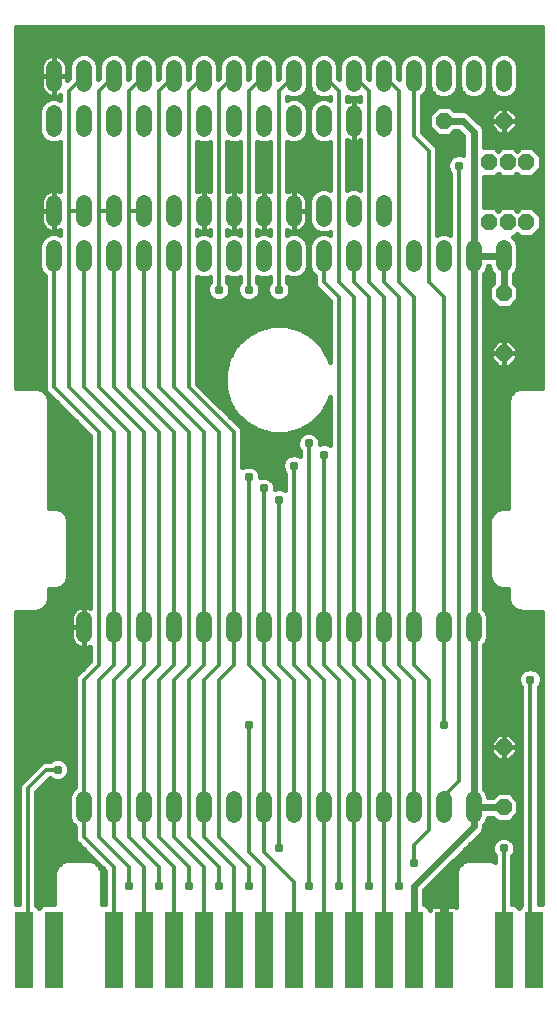
<source format=gtl>
G75*
%MOIN*%
%OFA0B0*%
%FSLAX24Y24*%
%IPPOS*%
%LPD*%
%AMOC8*
5,1,8,0,0,1.08239X$1,22.5*
%
%ADD10R,0.0600X0.2550*%
%ADD11C,0.0520*%
%ADD12OC8,0.0520*%
%ADD13C,0.0160*%
%ADD14C,0.0310*%
%ADD15C,0.0120*%
%ADD16C,0.0240*%
D10*
X000930Y003800D03*
X001930Y003800D03*
X003930Y003800D03*
X004930Y003800D03*
X005930Y003800D03*
X006930Y003800D03*
X007930Y003800D03*
X008930Y003800D03*
X009930Y003800D03*
X010930Y003800D03*
X011930Y003800D03*
X012930Y003800D03*
X013930Y003800D03*
X014930Y003800D03*
X016930Y003800D03*
X017930Y003800D03*
D11*
X015930Y008290D02*
X015930Y008810D01*
X014930Y008810D02*
X014930Y008290D01*
X013930Y008290D02*
X013930Y008810D01*
X012930Y008810D02*
X012930Y008290D01*
X011930Y008290D02*
X011930Y008810D01*
X010930Y008810D02*
X010930Y008290D01*
X009930Y008290D02*
X009930Y008810D01*
X008930Y008810D02*
X008930Y008290D01*
X007930Y008290D02*
X007930Y008810D01*
X006930Y008810D02*
X006930Y008290D01*
X005930Y008290D02*
X005930Y008810D01*
X004930Y008810D02*
X004930Y008290D01*
X003930Y008290D02*
X003930Y008810D01*
X002930Y008810D02*
X002930Y008290D01*
X002930Y014290D02*
X002930Y014810D01*
X003930Y014810D02*
X003930Y014290D01*
X004930Y014290D02*
X004930Y014810D01*
X005930Y014810D02*
X005930Y014290D01*
X006930Y014290D02*
X006930Y014810D01*
X007930Y014810D02*
X007930Y014290D01*
X008930Y014290D02*
X008930Y014810D01*
X009930Y014810D02*
X009930Y014290D01*
X010930Y014290D02*
X010930Y014810D01*
X011930Y014810D02*
X011930Y014290D01*
X012930Y014290D02*
X012930Y014810D01*
X013930Y014810D02*
X013930Y014290D01*
X014930Y014290D02*
X014930Y014810D01*
X015930Y014810D02*
X015930Y014290D01*
X015930Y026665D02*
X015930Y027185D01*
X014930Y027185D02*
X014930Y026665D01*
X013930Y026665D02*
X013930Y027185D01*
X012930Y027185D02*
X012930Y026665D01*
X012930Y028165D02*
X012930Y028685D01*
X011930Y028685D02*
X011930Y028165D01*
X011930Y027185D02*
X011930Y026665D01*
X010930Y026665D02*
X010930Y027185D01*
X010930Y028165D02*
X010930Y028685D01*
X009930Y028685D02*
X009930Y028165D01*
X009930Y027185D02*
X009930Y026665D01*
X008930Y026665D02*
X008930Y027185D01*
X008930Y028165D02*
X008930Y028685D01*
X007930Y028685D02*
X007930Y028165D01*
X007930Y027185D02*
X007930Y026665D01*
X006930Y026665D02*
X006930Y027185D01*
X006930Y028165D02*
X006930Y028685D01*
X005930Y028685D02*
X005930Y028165D01*
X005930Y027185D02*
X005930Y026665D01*
X004930Y026665D02*
X004930Y027185D01*
X004930Y028165D02*
X004930Y028685D01*
X003930Y028685D02*
X003930Y028165D01*
X003930Y027185D02*
X003930Y026665D01*
X002930Y026665D02*
X002930Y027185D01*
X002930Y028165D02*
X002930Y028685D01*
X001930Y028685D02*
X001930Y028165D01*
X001930Y027185D02*
X001930Y026665D01*
X001930Y031165D02*
X001930Y031685D01*
X001930Y032665D02*
X001930Y033185D01*
X002930Y033185D02*
X002930Y032665D01*
X002930Y031685D02*
X002930Y031165D01*
X003930Y031165D02*
X003930Y031685D01*
X003930Y032665D02*
X003930Y033185D01*
X004930Y033185D02*
X004930Y032665D01*
X004930Y031685D02*
X004930Y031165D01*
X005930Y031165D02*
X005930Y031685D01*
X005930Y032665D02*
X005930Y033185D01*
X006930Y033185D02*
X006930Y032665D01*
X006930Y031685D02*
X006930Y031165D01*
X007930Y031165D02*
X007930Y031685D01*
X007930Y032665D02*
X007930Y033185D01*
X008930Y033185D02*
X008930Y032665D01*
X008930Y031685D02*
X008930Y031165D01*
X009930Y031165D02*
X009930Y031685D01*
X009930Y032665D02*
X009930Y033185D01*
X010930Y033185D02*
X010930Y032665D01*
X010930Y031685D02*
X010930Y031165D01*
X011930Y031165D02*
X011930Y031685D01*
X011930Y032665D02*
X011930Y033185D01*
X012930Y033185D02*
X012930Y032665D01*
X012930Y031685D02*
X012930Y031165D01*
X013930Y032665D02*
X013930Y033185D01*
X014930Y033185D02*
X014930Y032665D01*
X015930Y032665D02*
X015930Y033185D01*
X016930Y033185D02*
X016930Y032665D01*
X016930Y027185D02*
X016930Y026665D01*
D12*
X016930Y025675D03*
X016930Y023675D03*
X017055Y028050D03*
X016430Y028050D03*
X016430Y030050D03*
X017055Y030050D03*
X017680Y030050D03*
X016930Y031425D03*
X017680Y028050D03*
X014930Y031425D03*
X016930Y010550D03*
X016930Y008550D03*
D13*
X016587Y008900D02*
X016727Y009040D01*
X017133Y009040D01*
X017420Y008753D01*
X017420Y008347D01*
X017133Y008060D01*
X016727Y008060D01*
X016587Y008200D01*
X016420Y008200D01*
X016420Y008193D01*
X016345Y008012D01*
X016280Y007947D01*
X016280Y007855D01*
X016227Y007727D01*
X016128Y007628D01*
X014280Y005780D01*
X014280Y005305D01*
X014325Y005305D01*
X014460Y005170D01*
X014460Y005136D01*
X014462Y005144D01*
X014486Y005186D01*
X014519Y005219D01*
X014561Y005243D01*
X014606Y005255D01*
X014860Y005255D01*
X014860Y004800D01*
X015000Y004800D01*
X015000Y005255D01*
X015254Y005255D01*
X015299Y005243D01*
X015325Y005228D01*
X015325Y006395D01*
X015398Y006572D01*
X015533Y006707D01*
X015710Y006780D01*
X016525Y006780D01*
X016640Y006733D01*
X016640Y006921D01*
X016604Y006957D01*
X016545Y007098D01*
X016545Y007252D01*
X016604Y007393D01*
X016712Y007501D01*
X016853Y007560D01*
X017007Y007560D01*
X017148Y007501D01*
X017256Y007393D01*
X017315Y007252D01*
X017315Y007098D01*
X017256Y006957D01*
X017220Y006921D01*
X017220Y005305D01*
X017325Y005305D01*
X017430Y005200D01*
X017515Y005285D01*
X017515Y012546D01*
X017479Y012582D01*
X017420Y012723D01*
X017420Y012877D01*
X017479Y013018D01*
X017587Y013126D01*
X017728Y013185D01*
X017882Y013185D01*
X018023Y013126D01*
X018131Y013018D01*
X018190Y012877D01*
X018190Y012723D01*
X018131Y012582D01*
X018095Y012546D01*
X018095Y005305D01*
X018200Y005305D01*
X018200Y015070D01*
X017460Y015070D01*
X017283Y015143D01*
X017148Y015278D01*
X017075Y015455D01*
X017075Y015820D01*
X016835Y015820D01*
X016658Y015893D01*
X016523Y016028D01*
X016450Y016205D01*
X016450Y018145D01*
X016523Y018322D01*
X016658Y018457D01*
X016835Y018530D01*
X017075Y018530D01*
X017075Y022145D01*
X017148Y022322D01*
X017283Y022457D01*
X017460Y022530D01*
X018200Y022530D01*
X018200Y034570D01*
X000660Y034570D01*
X000660Y022530D01*
X001400Y022530D01*
X001577Y022457D01*
X001712Y022322D01*
X001785Y022145D01*
X001785Y018530D01*
X002025Y018530D01*
X002202Y018457D01*
X002337Y018322D01*
X002410Y018145D01*
X002410Y016205D01*
X002337Y016028D01*
X002202Y015893D01*
X002025Y015820D01*
X001785Y015820D01*
X001785Y015455D01*
X001712Y015278D01*
X001577Y015143D01*
X001400Y015070D01*
X000660Y015070D01*
X000660Y005305D01*
X000765Y005305D01*
X000765Y009233D01*
X000809Y009339D01*
X000891Y009421D01*
X000891Y009421D01*
X001434Y009964D01*
X001434Y009964D01*
X001516Y010046D01*
X001622Y010090D01*
X001801Y010090D01*
X001837Y010126D01*
X001978Y010185D01*
X002132Y010185D01*
X002273Y010126D01*
X002381Y010018D01*
X002440Y009877D01*
X002440Y009723D01*
X002381Y009582D01*
X002273Y009474D01*
X002132Y009415D01*
X001978Y009415D01*
X001837Y009474D01*
X001801Y009510D01*
X001800Y009510D01*
X001345Y009055D01*
X001345Y005285D01*
X001430Y005200D01*
X001535Y005305D01*
X001950Y005305D01*
X001950Y006395D01*
X002023Y006572D01*
X002158Y006707D01*
X002335Y006780D01*
X003150Y006780D01*
X003327Y006707D01*
X003462Y006572D01*
X003535Y006395D01*
X003535Y005305D01*
X003640Y005305D01*
X003640Y006430D01*
X002766Y007304D01*
X002684Y007386D01*
X002640Y007492D01*
X002640Y007887D01*
X002515Y008012D01*
X002440Y008193D01*
X002440Y008907D01*
X002515Y009088D01*
X002640Y009213D01*
X002640Y012858D01*
X002684Y012964D01*
X003140Y013420D01*
X003140Y013903D01*
X003099Y013882D01*
X003033Y013861D01*
X002965Y013850D01*
X002930Y013850D01*
X002930Y014550D01*
X002930Y014550D01*
X002930Y015250D01*
X002965Y015250D01*
X003033Y015239D01*
X003099Y015218D01*
X003140Y015197D01*
X003140Y020930D01*
X001766Y022304D01*
X001684Y022386D01*
X001640Y022492D01*
X001640Y026262D01*
X001515Y026387D01*
X001440Y026568D01*
X001440Y027282D01*
X001515Y027463D01*
X001652Y027600D01*
X001833Y027675D01*
X002027Y027675D01*
X002140Y027628D01*
X002140Y027778D01*
X002099Y027757D01*
X002033Y027736D01*
X001965Y027725D01*
X001930Y027725D01*
X001930Y028425D01*
X001930Y028425D01*
X001930Y029125D01*
X001965Y029125D01*
X002033Y029114D01*
X002099Y029093D01*
X002140Y029072D01*
X002140Y030722D01*
X002027Y030675D01*
X001833Y030675D01*
X001652Y030750D01*
X001515Y030887D01*
X001440Y031068D01*
X001440Y031782D01*
X001515Y031963D01*
X001652Y032100D01*
X001833Y032175D01*
X002027Y032175D01*
X002140Y032128D01*
X002140Y032278D01*
X002099Y032257D01*
X002033Y032236D01*
X001965Y032225D01*
X001930Y032225D01*
X001930Y032925D01*
X001930Y032925D01*
X001930Y033625D01*
X001965Y033625D01*
X002033Y033614D01*
X002099Y033593D01*
X002161Y033561D01*
X002217Y033521D01*
X002266Y033472D01*
X002306Y033416D01*
X002338Y033354D01*
X002359Y033288D01*
X002370Y033220D01*
X002370Y032925D01*
X001930Y032925D01*
X001930Y032925D01*
X001930Y032925D01*
X001930Y032925D01*
X001490Y032925D01*
X001490Y033220D01*
X001501Y033288D01*
X001522Y033354D01*
X001554Y033416D01*
X001594Y033472D01*
X001643Y033521D01*
X001699Y033561D01*
X001761Y033593D01*
X001827Y033614D01*
X001895Y033625D01*
X001930Y033625D01*
X001930Y032925D01*
X002370Y032925D01*
X002370Y032775D01*
X002440Y032845D01*
X002440Y033282D01*
X002515Y033463D01*
X002652Y033600D01*
X002833Y033675D01*
X003027Y033675D01*
X003208Y033600D01*
X003345Y033463D01*
X003420Y033282D01*
X003420Y032825D01*
X003440Y032845D01*
X003440Y033282D01*
X003515Y033463D01*
X003652Y033600D01*
X003833Y033675D01*
X004027Y033675D01*
X004208Y033600D01*
X004345Y033463D01*
X004420Y033282D01*
X004420Y032825D01*
X004440Y032845D01*
X004440Y033282D01*
X004515Y033463D01*
X004652Y033600D01*
X004833Y033675D01*
X005027Y033675D01*
X005208Y033600D01*
X005345Y033463D01*
X005420Y033282D01*
X005420Y032825D01*
X005440Y032845D01*
X005440Y033282D01*
X005515Y033463D01*
X005652Y033600D01*
X005833Y033675D01*
X006027Y033675D01*
X006208Y033600D01*
X006345Y033463D01*
X006420Y033282D01*
X006420Y032825D01*
X006440Y032845D01*
X006440Y033282D01*
X006515Y033463D01*
X006652Y033600D01*
X006833Y033675D01*
X007027Y033675D01*
X007208Y033600D01*
X007345Y033463D01*
X007420Y033282D01*
X007420Y032825D01*
X007440Y032845D01*
X007440Y033282D01*
X007515Y033463D01*
X007652Y033600D01*
X007833Y033675D01*
X008027Y033675D01*
X008208Y033600D01*
X008345Y033463D01*
X008420Y033282D01*
X008420Y032825D01*
X008440Y032845D01*
X008440Y033282D01*
X008515Y033463D01*
X008652Y033600D01*
X008833Y033675D01*
X009027Y033675D01*
X009208Y033600D01*
X009345Y033463D01*
X009420Y033282D01*
X009420Y032825D01*
X009440Y032845D01*
X009440Y033282D01*
X009515Y033463D01*
X009652Y033600D01*
X009833Y033675D01*
X010027Y033675D01*
X010208Y033600D01*
X010345Y033463D01*
X010420Y033282D01*
X010420Y032568D01*
X010345Y032387D01*
X010208Y032250D01*
X010027Y032175D01*
X009833Y032175D01*
X009720Y032222D01*
X009720Y032128D01*
X009833Y032175D01*
X010027Y032175D01*
X010208Y032100D01*
X010345Y031963D01*
X010420Y031782D01*
X010420Y031068D01*
X010345Y030887D01*
X010208Y030750D01*
X010027Y030675D01*
X009833Y030675D01*
X009720Y030722D01*
X009720Y029072D01*
X009761Y029093D01*
X009827Y029114D01*
X009895Y029125D01*
X009930Y029125D01*
X009930Y028425D01*
X009930Y028425D01*
X010370Y028425D01*
X010370Y028720D01*
X010359Y028788D01*
X010338Y028854D01*
X010306Y028916D01*
X010266Y028972D01*
X010217Y029021D01*
X010161Y029061D01*
X010099Y029093D01*
X010033Y029114D01*
X009965Y029125D01*
X009930Y029125D01*
X009930Y028425D01*
X009930Y028425D01*
X010370Y028425D01*
X010370Y028130D01*
X010359Y028062D01*
X010338Y027996D01*
X010306Y027934D01*
X010266Y027878D01*
X010217Y027829D01*
X010161Y027789D01*
X010099Y027757D01*
X010033Y027736D01*
X009965Y027725D01*
X009930Y027725D01*
X009930Y028425D01*
X009930Y028425D01*
X009930Y027725D01*
X009895Y027725D01*
X009827Y027736D01*
X009761Y027757D01*
X009720Y027778D01*
X009720Y027628D01*
X009833Y027675D01*
X010027Y027675D01*
X010208Y027600D01*
X010345Y027463D01*
X010420Y027282D01*
X010420Y026568D01*
X010345Y026387D01*
X010208Y026250D01*
X010027Y026175D01*
X009833Y026175D01*
X009720Y026222D01*
X009720Y026054D01*
X009756Y026018D01*
X009815Y025877D01*
X009815Y025723D01*
X009756Y025582D01*
X009648Y025474D01*
X009507Y025415D01*
X009353Y025415D01*
X009212Y025474D01*
X009104Y025582D01*
X009045Y025723D01*
X009045Y025877D01*
X009104Y026018D01*
X009140Y026054D01*
X009140Y026222D01*
X009027Y026175D01*
X008833Y026175D01*
X008720Y026222D01*
X008720Y026054D01*
X008756Y026018D01*
X008815Y025877D01*
X008815Y025723D01*
X008756Y025582D01*
X008648Y025474D01*
X008507Y025415D01*
X008353Y025415D01*
X008212Y025474D01*
X008104Y025582D01*
X008045Y025723D01*
X008045Y025877D01*
X008104Y026018D01*
X008140Y026054D01*
X008140Y026222D01*
X008027Y026175D01*
X007833Y026175D01*
X007720Y026222D01*
X007720Y026054D01*
X007756Y026018D01*
X007815Y025877D01*
X007815Y025723D01*
X007756Y025582D01*
X007648Y025474D01*
X007507Y025415D01*
X007353Y025415D01*
X007212Y025474D01*
X007104Y025582D01*
X007045Y025723D01*
X007045Y025877D01*
X007104Y026018D01*
X007140Y026054D01*
X007140Y026222D01*
X007027Y026175D01*
X006833Y026175D01*
X006720Y026222D01*
X006720Y022670D01*
X008176Y021214D01*
X008220Y021108D01*
X008220Y019880D01*
X008353Y019935D01*
X008507Y019935D01*
X008648Y019876D01*
X008756Y019768D01*
X008815Y019627D01*
X008815Y019544D01*
X008853Y019560D01*
X009007Y019560D01*
X009148Y019501D01*
X009256Y019393D01*
X009315Y019252D01*
X009315Y019169D01*
X009353Y019185D01*
X009507Y019185D01*
X009640Y019130D01*
X009640Y019671D01*
X009604Y019707D01*
X009545Y019848D01*
X009545Y020002D01*
X009604Y020143D01*
X009712Y020251D01*
X009853Y020310D01*
X010007Y020310D01*
X010140Y020255D01*
X010140Y020421D01*
X010104Y020457D01*
X010045Y020598D01*
X010045Y020752D01*
X010104Y020893D01*
X010212Y021001D01*
X010353Y021060D01*
X010507Y021060D01*
X010648Y021001D01*
X010756Y020893D01*
X010815Y020752D01*
X010815Y020669D01*
X010853Y020685D01*
X011007Y020685D01*
X011140Y020630D01*
X011140Y022208D01*
X011112Y022103D01*
X010874Y021692D01*
X010538Y021356D01*
X010127Y021118D01*
X009668Y020995D01*
X009192Y020995D01*
X008733Y021118D01*
X008322Y021356D01*
X007986Y021692D01*
X007748Y022103D01*
X007625Y022562D01*
X007625Y023038D01*
X007748Y023497D01*
X007986Y023908D01*
X008322Y024244D01*
X008733Y024482D01*
X009192Y024605D01*
X009668Y024605D01*
X010127Y024482D01*
X010538Y024244D01*
X010874Y023908D01*
X011112Y023497D01*
X011140Y023392D01*
X011140Y025430D01*
X010766Y025804D01*
X010684Y025886D01*
X010640Y025992D01*
X010640Y026262D01*
X010515Y026387D01*
X010440Y026568D01*
X010440Y027282D01*
X010515Y027463D01*
X010652Y027600D01*
X010833Y027675D01*
X011027Y027675D01*
X011140Y027628D01*
X011140Y027722D01*
X011027Y027675D01*
X010833Y027675D01*
X010652Y027750D01*
X010515Y027887D01*
X010440Y028068D01*
X010440Y028782D01*
X010515Y028963D01*
X010652Y029100D01*
X010833Y029175D01*
X011027Y029175D01*
X011140Y029128D01*
X011140Y030722D01*
X011027Y030675D01*
X010833Y030675D01*
X010652Y030750D01*
X010515Y030887D01*
X010440Y031068D01*
X010440Y031782D01*
X010515Y031963D01*
X010652Y032100D01*
X010833Y032175D01*
X011027Y032175D01*
X011140Y032128D01*
X011140Y032222D01*
X011027Y032175D01*
X010833Y032175D01*
X010652Y032250D01*
X010515Y032387D01*
X010440Y032568D01*
X010440Y033282D01*
X010515Y033463D01*
X010652Y033600D01*
X010833Y033675D01*
X011027Y033675D01*
X011208Y033600D01*
X011345Y033463D01*
X011420Y033282D01*
X011420Y032845D01*
X011440Y032825D01*
X011440Y033282D01*
X011515Y033463D01*
X011652Y033600D01*
X011833Y033675D01*
X012027Y033675D01*
X012208Y033600D01*
X012345Y033463D01*
X012420Y033282D01*
X012420Y032845D01*
X012440Y032825D01*
X012440Y033282D01*
X012515Y033463D01*
X012652Y033600D01*
X012833Y033675D01*
X013027Y033675D01*
X013208Y033600D01*
X013345Y033463D01*
X013420Y033282D01*
X013420Y032845D01*
X013440Y032825D01*
X013440Y033282D01*
X013515Y033463D01*
X013652Y033600D01*
X013833Y033675D01*
X014027Y033675D01*
X014208Y033600D01*
X014345Y033463D01*
X014420Y033282D01*
X014420Y032568D01*
X014345Y032387D01*
X014220Y032262D01*
X014220Y031045D01*
X014676Y030589D01*
X014720Y030483D01*
X014720Y027628D01*
X014833Y027675D01*
X015027Y027675D01*
X015140Y027628D01*
X015140Y029671D01*
X015104Y029707D01*
X015045Y029848D01*
X015045Y030002D01*
X015104Y030143D01*
X015212Y030251D01*
X015353Y030310D01*
X015507Y030310D01*
X015580Y030280D01*
X015580Y030905D01*
X015410Y031075D01*
X015273Y031075D01*
X015133Y030935D01*
X014727Y030935D01*
X014440Y031222D01*
X014440Y031628D01*
X014727Y031915D01*
X015133Y031915D01*
X015273Y031775D01*
X015625Y031775D01*
X015753Y031722D01*
X015852Y031623D01*
X016227Y031248D01*
X016280Y031120D01*
X016280Y030540D01*
X016633Y030540D01*
X016742Y030430D01*
X016852Y030540D01*
X017258Y030540D01*
X017367Y030430D01*
X017477Y030540D01*
X017883Y030540D01*
X018170Y030253D01*
X018170Y029847D01*
X017883Y029560D01*
X017477Y029560D01*
X017367Y029670D01*
X017258Y029560D01*
X016852Y029560D01*
X016742Y029670D01*
X016633Y029560D01*
X016280Y029560D01*
X016280Y028540D01*
X016633Y028540D01*
X016742Y028430D01*
X016852Y028540D01*
X017258Y028540D01*
X017367Y028430D01*
X017477Y028540D01*
X017883Y028540D01*
X018170Y028253D01*
X018170Y027847D01*
X017883Y027560D01*
X017477Y027560D01*
X017367Y027670D01*
X017258Y027560D01*
X017248Y027560D01*
X017345Y027463D01*
X017420Y027282D01*
X017420Y026568D01*
X017345Y026387D01*
X017280Y026322D01*
X017280Y026018D01*
X017420Y025878D01*
X017420Y025472D01*
X017133Y025185D01*
X016727Y025185D01*
X016440Y025472D01*
X016440Y025878D01*
X016580Y026018D01*
X016580Y026322D01*
X016515Y026387D01*
X016440Y026568D01*
X016440Y026575D01*
X016420Y026575D01*
X016420Y026568D01*
X016345Y026387D01*
X016280Y026322D01*
X016280Y015153D01*
X016345Y015088D01*
X016420Y014907D01*
X016420Y014193D01*
X016345Y014012D01*
X016280Y013947D01*
X016280Y009153D01*
X016345Y009088D01*
X016420Y008907D01*
X016420Y008900D01*
X016587Y008900D01*
X016362Y009049D02*
X017515Y009049D01*
X017515Y009207D02*
X016280Y009207D01*
X016280Y009366D02*
X017515Y009366D01*
X017515Y009524D02*
X016280Y009524D01*
X016280Y009683D02*
X017515Y009683D01*
X017515Y009841D02*
X016280Y009841D01*
X016280Y010000D02*
X017515Y010000D01*
X017515Y010158D02*
X017160Y010158D01*
X017112Y010110D02*
X017370Y010368D01*
X017370Y010550D01*
X017370Y010732D01*
X017112Y010990D01*
X016930Y010990D01*
X016930Y010550D01*
X016930Y010550D01*
X017370Y010550D01*
X016930Y010550D01*
X016930Y010550D01*
X016930Y010550D01*
X016490Y010550D01*
X016490Y010732D01*
X016748Y010990D01*
X016930Y010990D01*
X016930Y010550D01*
X016930Y010110D01*
X017112Y010110D01*
X016930Y010110D02*
X016930Y010550D01*
X016930Y010550D01*
X016490Y010550D01*
X016490Y010368D01*
X016748Y010110D01*
X016930Y010110D01*
X016930Y010158D02*
X016930Y010158D01*
X016930Y010317D02*
X016930Y010317D01*
X016930Y010475D02*
X016930Y010475D01*
X016930Y010634D02*
X016930Y010634D01*
X016930Y010792D02*
X016930Y010792D01*
X016930Y010951D02*
X016930Y010951D01*
X017152Y010951D02*
X017515Y010951D01*
X017515Y011109D02*
X016280Y011109D01*
X016280Y010951D02*
X016708Y010951D01*
X016550Y010792D02*
X016280Y010792D01*
X016280Y010634D02*
X016490Y010634D01*
X016490Y010475D02*
X016280Y010475D01*
X016280Y010317D02*
X016541Y010317D01*
X016700Y010158D02*
X016280Y010158D01*
X016280Y011268D02*
X017515Y011268D01*
X017515Y011426D02*
X016280Y011426D01*
X016280Y011585D02*
X017515Y011585D01*
X017515Y011743D02*
X016280Y011743D01*
X016280Y011902D02*
X017515Y011902D01*
X017515Y012060D02*
X016280Y012060D01*
X016280Y012219D02*
X017515Y012219D01*
X017515Y012377D02*
X016280Y012377D01*
X016280Y012536D02*
X017515Y012536D01*
X017432Y012694D02*
X016280Y012694D01*
X016280Y012853D02*
X017420Y012853D01*
X017476Y013011D02*
X016280Y013011D01*
X016280Y013170D02*
X017691Y013170D01*
X017919Y013170D02*
X018200Y013170D01*
X018200Y013328D02*
X016280Y013328D01*
X016280Y013487D02*
X018200Y013487D01*
X018200Y013645D02*
X016280Y013645D01*
X016280Y013804D02*
X018200Y013804D01*
X018200Y013962D02*
X016295Y013962D01*
X016390Y014121D02*
X018200Y014121D01*
X018200Y014279D02*
X016420Y014279D01*
X016420Y014438D02*
X018200Y014438D01*
X018200Y014596D02*
X016420Y014596D01*
X016420Y014755D02*
X018200Y014755D01*
X018200Y014913D02*
X016418Y014913D01*
X016352Y015072D02*
X017456Y015072D01*
X017196Y015230D02*
X016280Y015230D01*
X016280Y015389D02*
X017102Y015389D01*
X017075Y015547D02*
X016280Y015547D01*
X016280Y015706D02*
X017075Y015706D01*
X016728Y015864D02*
X016280Y015864D01*
X016280Y016023D02*
X016529Y016023D01*
X016460Y016181D02*
X016280Y016181D01*
X016280Y016340D02*
X016450Y016340D01*
X016450Y016498D02*
X016280Y016498D01*
X016280Y016657D02*
X016450Y016657D01*
X016450Y016815D02*
X016280Y016815D01*
X016280Y016974D02*
X016450Y016974D01*
X016450Y017132D02*
X016280Y017132D01*
X016280Y017291D02*
X016450Y017291D01*
X016450Y017449D02*
X016280Y017449D01*
X016280Y017608D02*
X016450Y017608D01*
X016450Y017766D02*
X016280Y017766D01*
X016280Y017925D02*
X016450Y017925D01*
X016450Y018083D02*
X016280Y018083D01*
X016280Y018242D02*
X016490Y018242D01*
X016601Y018400D02*
X016280Y018400D01*
X016280Y018559D02*
X017075Y018559D01*
X017075Y018717D02*
X016280Y018717D01*
X016280Y018876D02*
X017075Y018876D01*
X017075Y019034D02*
X016280Y019034D01*
X016280Y019193D02*
X017075Y019193D01*
X017075Y019351D02*
X016280Y019351D01*
X016280Y019510D02*
X017075Y019510D01*
X017075Y019668D02*
X016280Y019668D01*
X016280Y019827D02*
X017075Y019827D01*
X017075Y019985D02*
X016280Y019985D01*
X016280Y020144D02*
X017075Y020144D01*
X017075Y020302D02*
X016280Y020302D01*
X016280Y020461D02*
X017075Y020461D01*
X017075Y020619D02*
X016280Y020619D01*
X016280Y020778D02*
X017075Y020778D01*
X017075Y020936D02*
X016280Y020936D01*
X016280Y021095D02*
X017075Y021095D01*
X017075Y021253D02*
X016280Y021253D01*
X016280Y021412D02*
X017075Y021412D01*
X017075Y021570D02*
X016280Y021570D01*
X016280Y021729D02*
X017075Y021729D01*
X017075Y021887D02*
X016280Y021887D01*
X016280Y022046D02*
X017075Y022046D01*
X017099Y022204D02*
X016280Y022204D01*
X016280Y022363D02*
X017189Y022363D01*
X017438Y022521D02*
X016280Y022521D01*
X016280Y022680D02*
X018200Y022680D01*
X018200Y022838D02*
X016280Y022838D01*
X016280Y022997D02*
X018200Y022997D01*
X018200Y023155D02*
X016280Y023155D01*
X016280Y023314D02*
X016669Y023314D01*
X016748Y023235D02*
X016490Y023493D01*
X016490Y023675D01*
X016930Y023675D01*
X016930Y023675D01*
X016930Y024115D01*
X017112Y024115D01*
X017370Y023857D01*
X017370Y023675D01*
X016930Y023675D01*
X016930Y023675D01*
X016930Y023675D01*
X016930Y024115D01*
X016748Y024115D01*
X016490Y023857D01*
X016490Y023675D01*
X016930Y023675D01*
X017370Y023675D01*
X017370Y023493D01*
X017112Y023235D01*
X016930Y023235D01*
X016930Y023675D01*
X016930Y023675D01*
X016930Y023235D01*
X016748Y023235D01*
X016930Y023314D02*
X016930Y023314D01*
X016930Y023472D02*
X016930Y023472D01*
X016930Y023631D02*
X016930Y023631D01*
X016930Y023789D02*
X016930Y023789D01*
X016930Y023948D02*
X016930Y023948D01*
X016930Y024106D02*
X016930Y024106D01*
X017121Y024106D02*
X018200Y024106D01*
X018200Y023948D02*
X017280Y023948D01*
X017370Y023789D02*
X018200Y023789D01*
X018200Y023631D02*
X017370Y023631D01*
X017349Y023472D02*
X018200Y023472D01*
X018200Y023314D02*
X017191Y023314D01*
X016739Y024106D02*
X016280Y024106D01*
X016280Y023948D02*
X016580Y023948D01*
X016490Y023789D02*
X016280Y023789D01*
X016280Y023631D02*
X016490Y023631D01*
X016511Y023472D02*
X016280Y023472D01*
X016280Y024265D02*
X018200Y024265D01*
X018200Y024423D02*
X016280Y024423D01*
X016280Y024582D02*
X018200Y024582D01*
X018200Y024740D02*
X016280Y024740D01*
X016280Y024899D02*
X018200Y024899D01*
X018200Y025057D02*
X016280Y025057D01*
X016280Y025216D02*
X016696Y025216D01*
X016538Y025374D02*
X016280Y025374D01*
X016280Y025533D02*
X016440Y025533D01*
X016440Y025691D02*
X016280Y025691D01*
X016280Y025850D02*
X016440Y025850D01*
X016570Y026008D02*
X016280Y026008D01*
X016280Y026167D02*
X016580Y026167D01*
X016577Y026325D02*
X016283Y026325D01*
X016385Y026484D02*
X016475Y026484D01*
X017163Y025216D02*
X018200Y025216D01*
X018200Y025374D02*
X017322Y025374D01*
X017420Y025533D02*
X018200Y025533D01*
X018200Y025691D02*
X017420Y025691D01*
X017420Y025850D02*
X018200Y025850D01*
X018200Y026008D02*
X017290Y026008D01*
X017280Y026167D02*
X018200Y026167D01*
X018200Y026325D02*
X017283Y026325D01*
X017385Y026484D02*
X018200Y026484D01*
X018200Y026642D02*
X017420Y026642D01*
X017420Y026801D02*
X018200Y026801D01*
X018200Y026959D02*
X017420Y026959D01*
X017420Y027118D02*
X018200Y027118D01*
X018200Y027276D02*
X017420Y027276D01*
X017357Y027435D02*
X018200Y027435D01*
X018200Y027593D02*
X017916Y027593D01*
X018075Y027752D02*
X018200Y027752D01*
X018200Y027910D02*
X018170Y027910D01*
X018170Y028069D02*
X018200Y028069D01*
X018200Y028227D02*
X018170Y028227D01*
X018200Y028386D02*
X018037Y028386D01*
X018200Y028544D02*
X016280Y028544D01*
X016280Y028703D02*
X018200Y028703D01*
X018200Y028861D02*
X016280Y028861D01*
X016280Y029020D02*
X018200Y029020D01*
X018200Y029178D02*
X016280Y029178D01*
X016280Y029337D02*
X018200Y029337D01*
X018200Y029495D02*
X016280Y029495D01*
X016727Y029654D02*
X016758Y029654D01*
X016727Y030446D02*
X016758Y030446D01*
X016748Y030985D02*
X016930Y030985D01*
X017112Y030985D01*
X017370Y031243D01*
X017370Y031425D01*
X017370Y031607D01*
X017112Y031865D01*
X016930Y031865D01*
X016930Y031425D01*
X017370Y031425D01*
X016930Y031425D01*
X016930Y031425D01*
X016930Y031425D01*
X016930Y030985D01*
X016930Y031425D01*
X016930Y031425D01*
X016930Y031425D01*
X016490Y031425D01*
X016490Y031607D01*
X016748Y031865D01*
X016930Y031865D01*
X016930Y031425D01*
X016490Y031425D01*
X016490Y031243D01*
X016748Y030985D01*
X016653Y031080D02*
X016280Y031080D01*
X016280Y030922D02*
X018200Y030922D01*
X018200Y031080D02*
X017207Y031080D01*
X017366Y031239D02*
X018200Y031239D01*
X018200Y031397D02*
X017370Y031397D01*
X017370Y031556D02*
X018200Y031556D01*
X018200Y031714D02*
X017263Y031714D01*
X016930Y031714D02*
X016930Y031714D01*
X016930Y031556D02*
X016930Y031556D01*
X016930Y031397D02*
X016930Y031397D01*
X016930Y031239D02*
X016930Y031239D01*
X016930Y031080D02*
X016930Y031080D01*
X016597Y031714D02*
X015761Y031714D01*
X015919Y031556D02*
X016490Y031556D01*
X016490Y031397D02*
X016078Y031397D01*
X016231Y031239D02*
X016494Y031239D01*
X016280Y030763D02*
X018200Y030763D01*
X018200Y030605D02*
X016280Y030605D01*
X015580Y030605D02*
X014661Y030605D01*
X014720Y030446D02*
X015580Y030446D01*
X015580Y030288D02*
X015561Y030288D01*
X015299Y030288D02*
X014720Y030288D01*
X014720Y030129D02*
X015098Y030129D01*
X015045Y029971D02*
X014720Y029971D01*
X014720Y029812D02*
X015060Y029812D01*
X015140Y029654D02*
X014720Y029654D01*
X014720Y029495D02*
X015140Y029495D01*
X015140Y029337D02*
X014720Y029337D01*
X014720Y029178D02*
X015140Y029178D01*
X015140Y029020D02*
X014720Y029020D01*
X014720Y028861D02*
X015140Y028861D01*
X015140Y028703D02*
X014720Y028703D01*
X014720Y028544D02*
X015140Y028544D01*
X015140Y028386D02*
X014720Y028386D01*
X014720Y028227D02*
X015140Y028227D01*
X015140Y028069D02*
X014720Y028069D01*
X014720Y027910D02*
X015140Y027910D01*
X015140Y027752D02*
X014720Y027752D01*
X014502Y030763D02*
X015580Y030763D01*
X015563Y030922D02*
X014344Y030922D01*
X014220Y031080D02*
X014582Y031080D01*
X014440Y031239D02*
X014220Y031239D01*
X014220Y031397D02*
X014440Y031397D01*
X014440Y031556D02*
X014220Y031556D01*
X014220Y031714D02*
X014526Y031714D01*
X014685Y031873D02*
X014220Y031873D01*
X014220Y032031D02*
X018200Y032031D01*
X018200Y031873D02*
X015175Y031873D01*
X015063Y032190D02*
X015797Y032190D01*
X015833Y032175D02*
X016027Y032175D01*
X016208Y032250D01*
X016345Y032387D01*
X016420Y032568D01*
X016420Y033282D01*
X016345Y033463D01*
X016208Y033600D01*
X016027Y033675D01*
X015833Y033675D01*
X015652Y033600D01*
X015515Y033463D01*
X015440Y033282D01*
X015440Y032568D01*
X015515Y032387D01*
X015652Y032250D01*
X015833Y032175D01*
X016063Y032190D02*
X016797Y032190D01*
X016833Y032175D02*
X017027Y032175D01*
X017208Y032250D01*
X017345Y032387D01*
X017420Y032568D01*
X017420Y033282D01*
X017345Y033463D01*
X017208Y033600D01*
X017027Y033675D01*
X016833Y033675D01*
X016652Y033600D01*
X016515Y033463D01*
X016440Y033282D01*
X016440Y032568D01*
X016515Y032387D01*
X016652Y032250D01*
X016833Y032175D01*
X017063Y032190D02*
X018200Y032190D01*
X018200Y032348D02*
X017306Y032348D01*
X017395Y032507D02*
X018200Y032507D01*
X018200Y032665D02*
X017420Y032665D01*
X017420Y032824D02*
X018200Y032824D01*
X018200Y032982D02*
X017420Y032982D01*
X017420Y033141D02*
X018200Y033141D01*
X018200Y033299D02*
X017413Y033299D01*
X017347Y033458D02*
X018200Y033458D01*
X018200Y033616D02*
X017170Y033616D01*
X016690Y033616D02*
X016170Y033616D01*
X016347Y033458D02*
X016513Y033458D01*
X016447Y033299D02*
X016413Y033299D01*
X016420Y033141D02*
X016440Y033141D01*
X016440Y032982D02*
X016420Y032982D01*
X016420Y032824D02*
X016440Y032824D01*
X016440Y032665D02*
X016420Y032665D01*
X016395Y032507D02*
X016465Y032507D01*
X016554Y032348D02*
X016306Y032348D01*
X015554Y032348D02*
X015306Y032348D01*
X015345Y032387D02*
X015420Y032568D01*
X015420Y033282D01*
X015345Y033463D01*
X015208Y033600D01*
X015027Y033675D01*
X014833Y033675D01*
X014652Y033600D01*
X014515Y033463D01*
X014440Y033282D01*
X014440Y032568D01*
X014515Y032387D01*
X014652Y032250D01*
X014833Y032175D01*
X015027Y032175D01*
X015208Y032250D01*
X015345Y032387D01*
X015395Y032507D02*
X015465Y032507D01*
X015440Y032665D02*
X015420Y032665D01*
X015420Y032824D02*
X015440Y032824D01*
X015440Y032982D02*
X015420Y032982D01*
X015420Y033141D02*
X015440Y033141D01*
X015447Y033299D02*
X015413Y033299D01*
X015347Y033458D02*
X015513Y033458D01*
X015690Y033616D02*
X015170Y033616D01*
X014690Y033616D02*
X014170Y033616D01*
X014347Y033458D02*
X014513Y033458D01*
X014447Y033299D02*
X014413Y033299D01*
X014420Y033141D02*
X014440Y033141D01*
X014440Y032982D02*
X014420Y032982D01*
X014420Y032824D02*
X014440Y032824D01*
X014440Y032665D02*
X014420Y032665D01*
X014395Y032507D02*
X014465Y032507D01*
X014554Y032348D02*
X014306Y032348D01*
X014220Y032190D02*
X014797Y032190D01*
X013690Y033616D02*
X013170Y033616D01*
X013347Y033458D02*
X013513Y033458D01*
X013447Y033299D02*
X013413Y033299D01*
X013420Y033141D02*
X013440Y033141D01*
X013440Y032982D02*
X013420Y032982D01*
X012690Y033616D02*
X012170Y033616D01*
X012347Y033458D02*
X012513Y033458D01*
X012447Y033299D02*
X012413Y033299D01*
X012420Y033141D02*
X012440Y033141D01*
X012440Y032982D02*
X012420Y032982D01*
X012140Y032222D02*
X012140Y032072D01*
X012099Y032093D01*
X012033Y032114D01*
X011965Y032125D01*
X011930Y032125D01*
X011930Y031425D01*
X011930Y031425D01*
X011930Y032125D01*
X011895Y032125D01*
X011827Y032114D01*
X011761Y032093D01*
X011720Y032072D01*
X011720Y032222D01*
X011833Y032175D01*
X012027Y032175D01*
X012140Y032222D01*
X012140Y032190D02*
X012063Y032190D01*
X011930Y032031D02*
X011930Y032031D01*
X011930Y031873D02*
X011930Y031873D01*
X011930Y031714D02*
X011930Y031714D01*
X011930Y031556D02*
X011930Y031556D01*
X011930Y031425D02*
X011930Y030725D01*
X011965Y030725D01*
X012033Y030736D01*
X012099Y030757D01*
X012140Y030778D01*
X012140Y029128D01*
X012027Y029175D01*
X011833Y029175D01*
X011720Y029128D01*
X011720Y030778D01*
X011761Y030757D01*
X011827Y030736D01*
X011895Y030725D01*
X011930Y030725D01*
X011930Y031425D01*
X011930Y031425D01*
X011930Y031397D02*
X011930Y031397D01*
X011930Y031239D02*
X011930Y031239D01*
X011930Y031080D02*
X011930Y031080D01*
X011930Y030922D02*
X011930Y030922D01*
X011930Y030763D02*
X011930Y030763D01*
X012110Y030763D02*
X012140Y030763D01*
X012140Y030605D02*
X011720Y030605D01*
X011720Y030763D02*
X011750Y030763D01*
X011720Y030446D02*
X012140Y030446D01*
X012140Y030288D02*
X011720Y030288D01*
X011720Y030129D02*
X012140Y030129D01*
X012140Y029971D02*
X011720Y029971D01*
X011720Y029812D02*
X012140Y029812D01*
X012140Y029654D02*
X011720Y029654D01*
X011720Y029495D02*
X012140Y029495D01*
X012140Y029337D02*
X011720Y029337D01*
X011720Y029178D02*
X012140Y029178D01*
X011140Y029178D02*
X009720Y029178D01*
X009720Y029337D02*
X011140Y029337D01*
X011140Y029495D02*
X009720Y029495D01*
X009720Y029654D02*
X011140Y029654D01*
X011140Y029812D02*
X009720Y029812D01*
X009720Y029971D02*
X011140Y029971D01*
X011140Y030129D02*
X009720Y030129D01*
X009720Y030288D02*
X011140Y030288D01*
X011140Y030446D02*
X009720Y030446D01*
X009720Y030605D02*
X011140Y030605D01*
X010639Y030763D02*
X010221Y030763D01*
X010360Y030922D02*
X010500Y030922D01*
X010440Y031080D02*
X010420Y031080D01*
X010420Y031239D02*
X010440Y031239D01*
X010440Y031397D02*
X010420Y031397D01*
X010420Y031556D02*
X010440Y031556D01*
X010440Y031714D02*
X010420Y031714D01*
X010383Y031873D02*
X010477Y031873D01*
X010583Y032031D02*
X010277Y032031D01*
X010063Y032190D02*
X010797Y032190D01*
X010554Y032348D02*
X010306Y032348D01*
X010395Y032507D02*
X010465Y032507D01*
X010440Y032665D02*
X010420Y032665D01*
X010420Y032824D02*
X010440Y032824D01*
X010440Y032982D02*
X010420Y032982D01*
X010420Y033141D02*
X010440Y033141D01*
X010447Y033299D02*
X010413Y033299D01*
X010347Y033458D02*
X010513Y033458D01*
X010690Y033616D02*
X010170Y033616D01*
X009690Y033616D02*
X009170Y033616D01*
X009347Y033458D02*
X009513Y033458D01*
X009447Y033299D02*
X009413Y033299D01*
X009420Y033141D02*
X009440Y033141D01*
X009440Y032982D02*
X009420Y032982D01*
X009720Y032190D02*
X009797Y032190D01*
X009140Y030722D02*
X009027Y030675D01*
X008833Y030675D01*
X008720Y030722D01*
X008720Y029072D01*
X008761Y029093D01*
X008827Y029114D01*
X008895Y029125D01*
X008930Y029125D01*
X008930Y028425D01*
X008930Y028425D01*
X008930Y027725D01*
X008965Y027725D01*
X009033Y027736D01*
X009099Y027757D01*
X009140Y027778D01*
X009140Y027628D01*
X009027Y027675D01*
X008833Y027675D01*
X008720Y027628D01*
X008720Y027778D01*
X008761Y027757D01*
X008827Y027736D01*
X008895Y027725D01*
X008930Y027725D01*
X008930Y028425D01*
X008930Y028425D01*
X008930Y029125D01*
X008965Y029125D01*
X009033Y029114D01*
X009099Y029093D01*
X009140Y029072D01*
X009140Y030722D01*
X009140Y030605D02*
X008720Y030605D01*
X008720Y030446D02*
X009140Y030446D01*
X009140Y030288D02*
X008720Y030288D01*
X008720Y030129D02*
X009140Y030129D01*
X009140Y029971D02*
X008720Y029971D01*
X008720Y029812D02*
X009140Y029812D01*
X009140Y029654D02*
X008720Y029654D01*
X008720Y029495D02*
X009140Y029495D01*
X009140Y029337D02*
X008720Y029337D01*
X008720Y029178D02*
X009140Y029178D01*
X008930Y029020D02*
X008930Y029020D01*
X008930Y028861D02*
X008930Y028861D01*
X008930Y028703D02*
X008930Y028703D01*
X008930Y028544D02*
X008930Y028544D01*
X008930Y028386D02*
X008930Y028386D01*
X008930Y028227D02*
X008930Y028227D01*
X008930Y028069D02*
X008930Y028069D01*
X008930Y027910D02*
X008930Y027910D01*
X008930Y027752D02*
X008930Y027752D01*
X009081Y027752D02*
X009140Y027752D01*
X008779Y027752D02*
X008720Y027752D01*
X008140Y027752D02*
X008081Y027752D01*
X008099Y027757D02*
X008140Y027778D01*
X008140Y027628D01*
X008027Y027675D01*
X007833Y027675D01*
X007720Y027628D01*
X007720Y027778D01*
X007761Y027757D01*
X007827Y027736D01*
X007895Y027725D01*
X007930Y027725D01*
X007965Y027725D01*
X008033Y027736D01*
X008099Y027757D01*
X007930Y027752D02*
X007930Y027752D01*
X007930Y027725D02*
X007930Y028425D01*
X007930Y028425D01*
X007930Y029125D01*
X007965Y029125D01*
X008033Y029114D01*
X008099Y029093D01*
X008140Y029072D01*
X008140Y030722D01*
X008027Y030675D01*
X007833Y030675D01*
X007720Y030722D01*
X007720Y029072D01*
X007761Y029093D01*
X007827Y029114D01*
X007895Y029125D01*
X007930Y029125D01*
X007930Y028425D01*
X007930Y028425D01*
X007930Y027725D01*
X007779Y027752D02*
X007720Y027752D01*
X007930Y027910D02*
X007930Y027910D01*
X007930Y028069D02*
X007930Y028069D01*
X007930Y028227D02*
X007930Y028227D01*
X007930Y028386D02*
X007930Y028386D01*
X007930Y028544D02*
X007930Y028544D01*
X007930Y028703D02*
X007930Y028703D01*
X007930Y028861D02*
X007930Y028861D01*
X007930Y029020D02*
X007930Y029020D01*
X007720Y029178D02*
X008140Y029178D01*
X008140Y029337D02*
X007720Y029337D01*
X007720Y029495D02*
X008140Y029495D01*
X008140Y029654D02*
X007720Y029654D01*
X007720Y029812D02*
X008140Y029812D01*
X008140Y029971D02*
X007720Y029971D01*
X007720Y030129D02*
X008140Y030129D01*
X008140Y030288D02*
X007720Y030288D01*
X007720Y030446D02*
X008140Y030446D01*
X008140Y030605D02*
X007720Y030605D01*
X007140Y030605D02*
X006720Y030605D01*
X006720Y030722D02*
X006833Y030675D01*
X007027Y030675D01*
X007140Y030722D01*
X007140Y029072D01*
X007099Y029093D01*
X007033Y029114D01*
X006965Y029125D01*
X006930Y029125D01*
X006930Y028425D01*
X006930Y028425D01*
X006930Y027725D01*
X006965Y027725D01*
X007033Y027736D01*
X007099Y027757D01*
X007140Y027778D01*
X007140Y027628D01*
X007027Y027675D01*
X006833Y027675D01*
X006720Y027628D01*
X006720Y027778D01*
X006761Y027757D01*
X006827Y027736D01*
X006895Y027725D01*
X006930Y027725D01*
X006930Y028425D01*
X006930Y028425D01*
X006930Y029125D01*
X006895Y029125D01*
X006827Y029114D01*
X006761Y029093D01*
X006720Y029072D01*
X006720Y030722D01*
X006720Y030446D02*
X007140Y030446D01*
X007140Y030288D02*
X006720Y030288D01*
X006720Y030129D02*
X007140Y030129D01*
X007140Y029971D02*
X006720Y029971D01*
X006720Y029812D02*
X007140Y029812D01*
X007140Y029654D02*
X006720Y029654D01*
X006720Y029495D02*
X007140Y029495D01*
X007140Y029337D02*
X006720Y029337D01*
X006720Y029178D02*
X007140Y029178D01*
X006930Y029020D02*
X006930Y029020D01*
X006930Y028861D02*
X006930Y028861D01*
X006930Y028703D02*
X006930Y028703D01*
X006930Y028544D02*
X006930Y028544D01*
X006930Y028386D02*
X006930Y028386D01*
X006930Y028227D02*
X006930Y028227D01*
X006930Y028069D02*
X006930Y028069D01*
X006930Y027910D02*
X006930Y027910D01*
X006930Y027752D02*
X006930Y027752D01*
X007081Y027752D02*
X007140Y027752D01*
X006779Y027752D02*
X006720Y027752D01*
X006720Y026167D02*
X007140Y026167D01*
X007099Y026008D02*
X006720Y026008D01*
X006720Y025850D02*
X007045Y025850D01*
X007058Y025691D02*
X006720Y025691D01*
X006720Y025533D02*
X007153Y025533D01*
X006720Y025374D02*
X011140Y025374D01*
X011140Y025216D02*
X006720Y025216D01*
X006720Y025057D02*
X011140Y025057D01*
X011140Y024899D02*
X006720Y024899D01*
X006720Y024740D02*
X011140Y024740D01*
X011140Y024582D02*
X009755Y024582D01*
X010229Y024423D02*
X011140Y024423D01*
X011140Y024265D02*
X010503Y024265D01*
X010677Y024106D02*
X011140Y024106D01*
X011140Y023948D02*
X010835Y023948D01*
X010943Y023789D02*
X011140Y023789D01*
X011140Y023631D02*
X011035Y023631D01*
X011119Y023472D02*
X011140Y023472D01*
X011139Y022204D02*
X011140Y022204D01*
X011140Y022046D02*
X011079Y022046D01*
X011140Y021887D02*
X010987Y021887D01*
X010896Y021729D02*
X011140Y021729D01*
X011140Y021570D02*
X010753Y021570D01*
X010594Y021412D02*
X011140Y021412D01*
X011140Y021253D02*
X010361Y021253D01*
X010147Y020936D02*
X008220Y020936D01*
X008220Y020778D02*
X010056Y020778D01*
X010045Y020619D02*
X008220Y020619D01*
X008220Y020461D02*
X010102Y020461D01*
X010140Y020302D02*
X010026Y020302D01*
X009834Y020302D02*
X008220Y020302D01*
X008220Y020144D02*
X009604Y020144D01*
X009545Y019985D02*
X008220Y019985D01*
X008698Y019827D02*
X009554Y019827D01*
X009640Y019668D02*
X008798Y019668D01*
X009128Y019510D02*
X009640Y019510D01*
X009640Y019351D02*
X009274Y019351D01*
X009315Y019193D02*
X009640Y019193D01*
X010039Y021095D02*
X011140Y021095D01*
X011140Y020936D02*
X010713Y020936D01*
X010804Y020778D02*
X011140Y020778D01*
X009105Y024582D02*
X006720Y024582D01*
X006720Y024423D02*
X008631Y024423D01*
X008357Y024265D02*
X006720Y024265D01*
X006720Y024106D02*
X008183Y024106D01*
X008025Y023948D02*
X006720Y023948D01*
X006720Y023789D02*
X007917Y023789D01*
X007825Y023631D02*
X006720Y023631D01*
X006720Y023472D02*
X007741Y023472D01*
X007699Y023314D02*
X006720Y023314D01*
X006720Y023155D02*
X007656Y023155D01*
X007625Y022997D02*
X006720Y022997D01*
X006720Y022838D02*
X007625Y022838D01*
X007625Y022680D02*
X006720Y022680D01*
X006869Y022521D02*
X007636Y022521D01*
X007679Y022363D02*
X007028Y022363D01*
X007186Y022204D02*
X007721Y022204D01*
X007781Y022046D02*
X007345Y022046D01*
X007503Y021887D02*
X007873Y021887D01*
X007964Y021729D02*
X007662Y021729D01*
X007820Y021570D02*
X008107Y021570D01*
X007979Y021412D02*
X008266Y021412D01*
X008137Y021253D02*
X008499Y021253D01*
X008220Y021095D02*
X008821Y021095D01*
X008707Y025533D02*
X009153Y025533D01*
X009058Y025691D02*
X008802Y025691D01*
X008815Y025850D02*
X009045Y025850D01*
X009099Y026008D02*
X008761Y026008D01*
X008720Y026167D02*
X009140Y026167D01*
X009720Y026167D02*
X010640Y026167D01*
X010640Y026008D02*
X009761Y026008D01*
X009815Y025850D02*
X010720Y025850D01*
X010879Y025691D02*
X009802Y025691D01*
X009707Y025533D02*
X011037Y025533D01*
X010577Y026325D02*
X010283Y026325D01*
X010385Y026484D02*
X010475Y026484D01*
X010440Y026642D02*
X010420Y026642D01*
X010420Y026801D02*
X010440Y026801D01*
X010440Y026959D02*
X010420Y026959D01*
X010420Y027118D02*
X010440Y027118D01*
X010440Y027276D02*
X010420Y027276D01*
X010357Y027435D02*
X010503Y027435D01*
X010645Y027593D02*
X010215Y027593D01*
X010081Y027752D02*
X010650Y027752D01*
X010505Y027910D02*
X010289Y027910D01*
X010360Y028069D02*
X010440Y028069D01*
X010440Y028227D02*
X010370Y028227D01*
X010370Y028386D02*
X010440Y028386D01*
X010440Y028544D02*
X010370Y028544D01*
X010370Y028703D02*
X010440Y028703D01*
X010473Y028861D02*
X010334Y028861D01*
X010218Y029020D02*
X010572Y029020D01*
X009930Y029020D02*
X009930Y029020D01*
X009930Y028861D02*
X009930Y028861D01*
X009930Y028703D02*
X009930Y028703D01*
X009930Y028544D02*
X009930Y028544D01*
X009930Y028386D02*
X009930Y028386D01*
X009930Y028227D02*
X009930Y028227D01*
X009930Y028069D02*
X009930Y028069D01*
X009930Y027910D02*
X009930Y027910D01*
X009930Y027752D02*
X009930Y027752D01*
X009779Y027752D02*
X009720Y027752D01*
X008140Y026167D02*
X007720Y026167D01*
X007761Y026008D02*
X008099Y026008D01*
X008045Y025850D02*
X007815Y025850D01*
X007802Y025691D02*
X008058Y025691D01*
X008153Y025533D02*
X007707Y025533D01*
X011063Y032190D02*
X011140Y032190D01*
X011420Y032982D02*
X011440Y032982D01*
X011440Y033141D02*
X011420Y033141D01*
X011413Y033299D02*
X011447Y033299D01*
X011513Y033458D02*
X011347Y033458D01*
X011170Y033616D02*
X011690Y033616D01*
X011720Y032190D02*
X011797Y032190D01*
X008690Y033616D02*
X008170Y033616D01*
X008347Y033458D02*
X008513Y033458D01*
X008447Y033299D02*
X008413Y033299D01*
X008420Y033141D02*
X008440Y033141D01*
X008440Y032982D02*
X008420Y032982D01*
X007690Y033616D02*
X007170Y033616D01*
X007347Y033458D02*
X007513Y033458D01*
X007447Y033299D02*
X007413Y033299D01*
X007420Y033141D02*
X007440Y033141D01*
X007440Y032982D02*
X007420Y032982D01*
X006690Y033616D02*
X006170Y033616D01*
X006347Y033458D02*
X006513Y033458D01*
X006447Y033299D02*
X006413Y033299D01*
X006420Y033141D02*
X006440Y033141D01*
X006440Y032982D02*
X006420Y032982D01*
X005690Y033616D02*
X005170Y033616D01*
X005347Y033458D02*
X005513Y033458D01*
X005447Y033299D02*
X005413Y033299D01*
X005420Y033141D02*
X005440Y033141D01*
X005440Y032982D02*
X005420Y032982D01*
X004690Y033616D02*
X004170Y033616D01*
X004347Y033458D02*
X004513Y033458D01*
X004447Y033299D02*
X004413Y033299D01*
X004420Y033141D02*
X004440Y033141D01*
X004440Y032982D02*
X004420Y032982D01*
X003690Y033616D02*
X003170Y033616D01*
X003347Y033458D02*
X003513Y033458D01*
X003447Y033299D02*
X003413Y033299D01*
X003420Y033141D02*
X003440Y033141D01*
X003440Y032982D02*
X003420Y032982D01*
X002690Y033616D02*
X002021Y033616D01*
X001930Y033616D02*
X001930Y033616D01*
X001839Y033616D02*
X000660Y033616D01*
X000660Y033458D02*
X001584Y033458D01*
X001504Y033299D02*
X000660Y033299D01*
X000660Y033141D02*
X001490Y033141D01*
X001490Y032982D02*
X000660Y032982D01*
X000660Y032824D02*
X001490Y032824D01*
X001490Y032925D02*
X001490Y032630D01*
X001501Y032562D01*
X001522Y032496D01*
X001554Y032434D01*
X001594Y032378D01*
X001643Y032329D01*
X001699Y032289D01*
X001761Y032257D01*
X001827Y032236D01*
X001895Y032225D01*
X001930Y032225D01*
X001930Y032925D01*
X001490Y032925D01*
X001490Y032665D02*
X000660Y032665D01*
X000660Y032507D02*
X001519Y032507D01*
X001625Y032348D02*
X000660Y032348D01*
X000660Y032190D02*
X002140Y032190D01*
X001930Y032348D02*
X001930Y032348D01*
X001930Y032507D02*
X001930Y032507D01*
X001930Y032665D02*
X001930Y032665D01*
X001930Y032824D02*
X001930Y032824D01*
X001930Y032982D02*
X001930Y032982D01*
X001930Y033141D02*
X001930Y033141D01*
X001930Y033299D02*
X001930Y033299D01*
X001930Y033458D02*
X001930Y033458D01*
X002276Y033458D02*
X002513Y033458D01*
X002447Y033299D02*
X002356Y033299D01*
X002370Y033141D02*
X002440Y033141D01*
X002440Y032982D02*
X002370Y032982D01*
X002370Y032824D02*
X002418Y032824D01*
X001583Y032031D02*
X000660Y032031D01*
X000660Y031873D02*
X001477Y031873D01*
X001440Y031714D02*
X000660Y031714D01*
X000660Y031556D02*
X001440Y031556D01*
X001440Y031397D02*
X000660Y031397D01*
X000660Y031239D02*
X001440Y031239D01*
X001440Y031080D02*
X000660Y031080D01*
X000660Y030922D02*
X001500Y030922D01*
X001639Y030763D02*
X000660Y030763D01*
X000660Y030605D02*
X002140Y030605D01*
X002140Y030446D02*
X000660Y030446D01*
X000660Y030288D02*
X002140Y030288D01*
X002140Y030129D02*
X000660Y030129D01*
X000660Y029971D02*
X002140Y029971D01*
X002140Y029812D02*
X000660Y029812D01*
X000660Y029654D02*
X002140Y029654D01*
X002140Y029495D02*
X000660Y029495D01*
X000660Y029337D02*
X002140Y029337D01*
X002140Y029178D02*
X000660Y029178D01*
X000660Y029020D02*
X001642Y029020D01*
X001643Y029021D02*
X001594Y028972D01*
X001554Y028916D01*
X001522Y028854D01*
X001501Y028788D01*
X001490Y028720D01*
X001490Y028425D01*
X001930Y028425D01*
X001930Y028425D01*
X001930Y028425D01*
X001930Y029125D01*
X001895Y029125D01*
X001827Y029114D01*
X001761Y029093D01*
X001699Y029061D01*
X001643Y029021D01*
X001526Y028861D02*
X000660Y028861D01*
X000660Y028703D02*
X001490Y028703D01*
X001490Y028544D02*
X000660Y028544D01*
X000660Y028386D02*
X001490Y028386D01*
X001490Y028425D02*
X001490Y028130D01*
X001501Y028062D01*
X001522Y027996D01*
X001554Y027934D01*
X001594Y027878D01*
X001643Y027829D01*
X001699Y027789D01*
X001761Y027757D01*
X001827Y027736D01*
X001895Y027725D01*
X001930Y027725D01*
X001930Y028425D01*
X001490Y028425D01*
X001490Y028227D02*
X000660Y028227D01*
X000660Y028069D02*
X001500Y028069D01*
X001571Y027910D02*
X000660Y027910D01*
X000660Y027752D02*
X001779Y027752D01*
X001930Y027752D02*
X001930Y027752D01*
X002081Y027752D02*
X002140Y027752D01*
X001930Y027910D02*
X001930Y027910D01*
X001930Y028069D02*
X001930Y028069D01*
X001930Y028227D02*
X001930Y028227D01*
X001930Y028386D02*
X001930Y028386D01*
X001930Y028544D02*
X001930Y028544D01*
X001930Y028703D02*
X001930Y028703D01*
X001930Y028861D02*
X001930Y028861D01*
X001930Y029020D02*
X001930Y029020D01*
X001645Y027593D02*
X000660Y027593D01*
X000660Y027435D02*
X001503Y027435D01*
X001440Y027276D02*
X000660Y027276D01*
X000660Y027118D02*
X001440Y027118D01*
X001440Y026959D02*
X000660Y026959D01*
X000660Y026801D02*
X001440Y026801D01*
X001440Y026642D02*
X000660Y026642D01*
X000660Y026484D02*
X001475Y026484D01*
X001577Y026325D02*
X000660Y026325D01*
X000660Y026167D02*
X001640Y026167D01*
X001640Y026008D02*
X000660Y026008D01*
X000660Y025850D02*
X001640Y025850D01*
X001640Y025691D02*
X000660Y025691D01*
X000660Y025533D02*
X001640Y025533D01*
X001640Y025374D02*
X000660Y025374D01*
X000660Y025216D02*
X001640Y025216D01*
X001640Y025057D02*
X000660Y025057D01*
X000660Y024899D02*
X001640Y024899D01*
X001640Y024740D02*
X000660Y024740D01*
X000660Y024582D02*
X001640Y024582D01*
X001640Y024423D02*
X000660Y024423D01*
X000660Y024265D02*
X001640Y024265D01*
X001640Y024106D02*
X000660Y024106D01*
X000660Y023948D02*
X001640Y023948D01*
X001640Y023789D02*
X000660Y023789D01*
X000660Y023631D02*
X001640Y023631D01*
X001640Y023472D02*
X000660Y023472D01*
X000660Y023314D02*
X001640Y023314D01*
X001640Y023155D02*
X000660Y023155D01*
X000660Y022997D02*
X001640Y022997D01*
X001640Y022838D02*
X000660Y022838D01*
X000660Y022680D02*
X001640Y022680D01*
X001640Y022521D02*
X001422Y022521D01*
X001671Y022363D02*
X001707Y022363D01*
X001761Y022204D02*
X001866Y022204D01*
X001785Y022046D02*
X002024Y022046D01*
X002183Y021887D02*
X001785Y021887D01*
X001785Y021729D02*
X002341Y021729D01*
X002500Y021570D02*
X001785Y021570D01*
X001785Y021412D02*
X002658Y021412D01*
X002817Y021253D02*
X001785Y021253D01*
X001785Y021095D02*
X002975Y021095D01*
X003134Y020936D02*
X001785Y020936D01*
X001785Y020778D02*
X003140Y020778D01*
X003140Y020619D02*
X001785Y020619D01*
X001785Y020461D02*
X003140Y020461D01*
X003140Y020302D02*
X001785Y020302D01*
X001785Y020144D02*
X003140Y020144D01*
X003140Y019985D02*
X001785Y019985D01*
X001785Y019827D02*
X003140Y019827D01*
X003140Y019668D02*
X001785Y019668D01*
X001785Y019510D02*
X003140Y019510D01*
X003140Y019351D02*
X001785Y019351D01*
X001785Y019193D02*
X003140Y019193D01*
X003140Y019034D02*
X001785Y019034D01*
X001785Y018876D02*
X003140Y018876D01*
X003140Y018717D02*
X001785Y018717D01*
X001785Y018559D02*
X003140Y018559D01*
X003140Y018400D02*
X002259Y018400D01*
X002370Y018242D02*
X003140Y018242D01*
X003140Y018083D02*
X002410Y018083D01*
X002410Y017925D02*
X003140Y017925D01*
X003140Y017766D02*
X002410Y017766D01*
X002410Y017608D02*
X003140Y017608D01*
X003140Y017449D02*
X002410Y017449D01*
X002410Y017291D02*
X003140Y017291D01*
X003140Y017132D02*
X002410Y017132D01*
X002410Y016974D02*
X003140Y016974D01*
X003140Y016815D02*
X002410Y016815D01*
X002410Y016657D02*
X003140Y016657D01*
X003140Y016498D02*
X002410Y016498D01*
X002410Y016340D02*
X003140Y016340D01*
X003140Y016181D02*
X002400Y016181D01*
X002331Y016023D02*
X003140Y016023D01*
X003140Y015864D02*
X002132Y015864D01*
X001785Y015706D02*
X003140Y015706D01*
X003140Y015547D02*
X001785Y015547D01*
X001758Y015389D02*
X003140Y015389D01*
X003140Y015230D02*
X003061Y015230D01*
X002930Y015230D02*
X002930Y015230D01*
X002930Y015250D02*
X002895Y015250D01*
X002827Y015239D01*
X002761Y015218D01*
X002699Y015186D01*
X002643Y015146D01*
X002594Y015097D01*
X002554Y015041D01*
X002522Y014979D01*
X002501Y014913D01*
X000660Y014913D01*
X000660Y014755D02*
X002490Y014755D01*
X002490Y014845D02*
X002490Y014550D01*
X002930Y014550D01*
X002930Y014550D01*
X002930Y014550D01*
X002930Y015250D01*
X002799Y015230D02*
X001664Y015230D01*
X001404Y015072D02*
X002576Y015072D01*
X002501Y014913D02*
X002490Y014845D01*
X002490Y014596D02*
X000660Y014596D01*
X000660Y014438D02*
X002490Y014438D01*
X002490Y014550D02*
X002490Y014255D01*
X002501Y014187D01*
X002522Y014121D01*
X002554Y014059D01*
X002594Y014003D01*
X002643Y013954D01*
X002699Y013914D01*
X002761Y013882D01*
X002827Y013861D01*
X002895Y013850D01*
X002930Y013850D01*
X002930Y014550D01*
X002490Y014550D01*
X002490Y014279D02*
X000660Y014279D01*
X000660Y014121D02*
X002523Y014121D01*
X002636Y013962D02*
X000660Y013962D01*
X000660Y013804D02*
X003140Y013804D01*
X003140Y013645D02*
X000660Y013645D01*
X000660Y013487D02*
X003140Y013487D01*
X003048Y013328D02*
X000660Y013328D01*
X000660Y013170D02*
X002889Y013170D01*
X002731Y013011D02*
X000660Y013011D01*
X000660Y012853D02*
X002640Y012853D01*
X002640Y012694D02*
X000660Y012694D01*
X000660Y012536D02*
X002640Y012536D01*
X002640Y012377D02*
X000660Y012377D01*
X000660Y012219D02*
X002640Y012219D01*
X002640Y012060D02*
X000660Y012060D01*
X000660Y011902D02*
X002640Y011902D01*
X002640Y011743D02*
X000660Y011743D01*
X000660Y011585D02*
X002640Y011585D01*
X002640Y011426D02*
X000660Y011426D01*
X000660Y011268D02*
X002640Y011268D01*
X002640Y011109D02*
X000660Y011109D01*
X000660Y010951D02*
X002640Y010951D01*
X002640Y010792D02*
X000660Y010792D01*
X000660Y010634D02*
X002640Y010634D01*
X002640Y010475D02*
X000660Y010475D01*
X000660Y010317D02*
X002640Y010317D01*
X002640Y010158D02*
X002197Y010158D01*
X002389Y010000D02*
X002640Y010000D01*
X002640Y009841D02*
X002440Y009841D01*
X002423Y009683D02*
X002640Y009683D01*
X002640Y009524D02*
X002323Y009524D01*
X002640Y009366D02*
X001656Y009366D01*
X001497Y009207D02*
X002634Y009207D01*
X002498Y009049D02*
X001345Y009049D01*
X001345Y008890D02*
X002440Y008890D01*
X002440Y008732D02*
X001345Y008732D01*
X001345Y008573D02*
X002440Y008573D01*
X002440Y008415D02*
X001345Y008415D01*
X001345Y008256D02*
X002440Y008256D01*
X002479Y008098D02*
X001345Y008098D01*
X001345Y007939D02*
X002588Y007939D01*
X002640Y007781D02*
X001345Y007781D01*
X001345Y007622D02*
X002640Y007622D01*
X002652Y007464D02*
X001345Y007464D01*
X001345Y007305D02*
X002765Y007305D01*
X002923Y007147D02*
X001345Y007147D01*
X001345Y006988D02*
X003082Y006988D01*
X003240Y006830D02*
X001345Y006830D01*
X001345Y006671D02*
X002122Y006671D01*
X001998Y006513D02*
X001345Y006513D01*
X001345Y006354D02*
X001950Y006354D01*
X001950Y006196D02*
X001345Y006196D01*
X001345Y006037D02*
X001950Y006037D01*
X001950Y005879D02*
X001345Y005879D01*
X001345Y005720D02*
X001950Y005720D01*
X001950Y005562D02*
X001345Y005562D01*
X001345Y005403D02*
X001950Y005403D01*
X001474Y005245D02*
X001386Y005245D01*
X000765Y005403D02*
X000660Y005403D01*
X000660Y005562D02*
X000765Y005562D01*
X000765Y005720D02*
X000660Y005720D01*
X000660Y005879D02*
X000765Y005879D01*
X000765Y006037D02*
X000660Y006037D01*
X000660Y006196D02*
X000765Y006196D01*
X000765Y006354D02*
X000660Y006354D01*
X000660Y006513D02*
X000765Y006513D01*
X000765Y006671D02*
X000660Y006671D01*
X000660Y006830D02*
X000765Y006830D01*
X000765Y006988D02*
X000660Y006988D01*
X000660Y007147D02*
X000765Y007147D01*
X000765Y007305D02*
X000660Y007305D01*
X000660Y007464D02*
X000765Y007464D01*
X000765Y007622D02*
X000660Y007622D01*
X000660Y007781D02*
X000765Y007781D01*
X000765Y007939D02*
X000660Y007939D01*
X000660Y008098D02*
X000765Y008098D01*
X000765Y008256D02*
X000660Y008256D01*
X000660Y008415D02*
X000765Y008415D01*
X000765Y008573D02*
X000660Y008573D01*
X000660Y008732D02*
X000765Y008732D01*
X000765Y008890D02*
X000660Y008890D01*
X000660Y009049D02*
X000765Y009049D01*
X000765Y009207D02*
X000660Y009207D01*
X000660Y009366D02*
X000835Y009366D01*
X000994Y009524D02*
X000660Y009524D01*
X000660Y009683D02*
X001152Y009683D01*
X001311Y009841D02*
X000660Y009841D01*
X000660Y010000D02*
X001469Y010000D01*
X001913Y010158D02*
X000660Y010158D01*
X002930Y013962D02*
X002930Y013962D01*
X002930Y014121D02*
X002930Y014121D01*
X002930Y014279D02*
X002930Y014279D01*
X002930Y014438D02*
X002930Y014438D01*
X002930Y014596D02*
X002930Y014596D01*
X002930Y014755D02*
X002930Y014755D01*
X002930Y014913D02*
X002930Y014913D01*
X002930Y015072D02*
X002930Y015072D01*
X003363Y006671D02*
X003399Y006671D01*
X003487Y006513D02*
X003557Y006513D01*
X003535Y006354D02*
X003640Y006354D01*
X003640Y006196D02*
X003535Y006196D01*
X003535Y006037D02*
X003640Y006037D01*
X003640Y005879D02*
X003535Y005879D01*
X003535Y005720D02*
X003640Y005720D01*
X003640Y005562D02*
X003535Y005562D01*
X003535Y005403D02*
X003640Y005403D01*
X014280Y005403D02*
X015325Y005403D01*
X015325Y005245D02*
X015293Y005245D01*
X015000Y005245D02*
X014860Y005245D01*
X014860Y005086D02*
X015000Y005086D01*
X015000Y004928D02*
X014860Y004928D01*
X014567Y005245D02*
X014386Y005245D01*
X014280Y005562D02*
X015325Y005562D01*
X015325Y005720D02*
X014280Y005720D01*
X014378Y005879D02*
X015325Y005879D01*
X015325Y006037D02*
X014537Y006037D01*
X014695Y006196D02*
X015325Y006196D01*
X015325Y006354D02*
X014854Y006354D01*
X015012Y006513D02*
X015373Y006513D01*
X015497Y006671D02*
X015171Y006671D01*
X015329Y006830D02*
X016640Y006830D01*
X016591Y006988D02*
X015488Y006988D01*
X015646Y007147D02*
X016545Y007147D01*
X016567Y007305D02*
X015805Y007305D01*
X015963Y007464D02*
X016674Y007464D01*
X016690Y008098D02*
X016381Y008098D01*
X016280Y007939D02*
X017515Y007939D01*
X017515Y007781D02*
X016249Y007781D01*
X016122Y007622D02*
X017515Y007622D01*
X017515Y007464D02*
X017186Y007464D01*
X017293Y007305D02*
X017515Y007305D01*
X017515Y007147D02*
X017315Y007147D01*
X017269Y006988D02*
X017515Y006988D01*
X017515Y006830D02*
X017220Y006830D01*
X017220Y006671D02*
X017515Y006671D01*
X017515Y006513D02*
X017220Y006513D01*
X017220Y006354D02*
X017515Y006354D01*
X017515Y006196D02*
X017220Y006196D01*
X017220Y006037D02*
X017515Y006037D01*
X017515Y005879D02*
X017220Y005879D01*
X017220Y005720D02*
X017515Y005720D01*
X017515Y005562D02*
X017220Y005562D01*
X017220Y005403D02*
X017515Y005403D01*
X017474Y005245D02*
X017386Y005245D01*
X018095Y005403D02*
X018200Y005403D01*
X018200Y005562D02*
X018095Y005562D01*
X018095Y005720D02*
X018200Y005720D01*
X018200Y005879D02*
X018095Y005879D01*
X018095Y006037D02*
X018200Y006037D01*
X018200Y006196D02*
X018095Y006196D01*
X018095Y006354D02*
X018200Y006354D01*
X018200Y006513D02*
X018095Y006513D01*
X018095Y006671D02*
X018200Y006671D01*
X018200Y006830D02*
X018095Y006830D01*
X018095Y006988D02*
X018200Y006988D01*
X018200Y007147D02*
X018095Y007147D01*
X018095Y007305D02*
X018200Y007305D01*
X018200Y007464D02*
X018095Y007464D01*
X018095Y007622D02*
X018200Y007622D01*
X018200Y007781D02*
X018095Y007781D01*
X018095Y007939D02*
X018200Y007939D01*
X018200Y008098D02*
X018095Y008098D01*
X018095Y008256D02*
X018200Y008256D01*
X018200Y008415D02*
X018095Y008415D01*
X018095Y008573D02*
X018200Y008573D01*
X018200Y008732D02*
X018095Y008732D01*
X018095Y008890D02*
X018200Y008890D01*
X018200Y009049D02*
X018095Y009049D01*
X018095Y009207D02*
X018200Y009207D01*
X018200Y009366D02*
X018095Y009366D01*
X018095Y009524D02*
X018200Y009524D01*
X018200Y009683D02*
X018095Y009683D01*
X018095Y009841D02*
X018200Y009841D01*
X018200Y010000D02*
X018095Y010000D01*
X018095Y010158D02*
X018200Y010158D01*
X018200Y010317D02*
X018095Y010317D01*
X018095Y010475D02*
X018200Y010475D01*
X018200Y010634D02*
X018095Y010634D01*
X018095Y010792D02*
X018200Y010792D01*
X018200Y010951D02*
X018095Y010951D01*
X018095Y011109D02*
X018200Y011109D01*
X018200Y011268D02*
X018095Y011268D01*
X018095Y011426D02*
X018200Y011426D01*
X018200Y011585D02*
X018095Y011585D01*
X018095Y011743D02*
X018200Y011743D01*
X018200Y011902D02*
X018095Y011902D01*
X018095Y012060D02*
X018200Y012060D01*
X018200Y012219D02*
X018095Y012219D01*
X018095Y012377D02*
X018200Y012377D01*
X018200Y012536D02*
X018095Y012536D01*
X018178Y012694D02*
X018200Y012694D01*
X018190Y012853D02*
X018200Y012853D01*
X018200Y013011D02*
X018134Y013011D01*
X017515Y010792D02*
X017310Y010792D01*
X017370Y010634D02*
X017515Y010634D01*
X017515Y010475D02*
X017370Y010475D01*
X017319Y010317D02*
X017515Y010317D01*
X017515Y008890D02*
X017283Y008890D01*
X017420Y008732D02*
X017515Y008732D01*
X017515Y008573D02*
X017420Y008573D01*
X017420Y008415D02*
X017515Y008415D01*
X017515Y008256D02*
X017329Y008256D01*
X017170Y008098D02*
X017515Y008098D01*
X017444Y027593D02*
X017291Y027593D01*
X017352Y029654D02*
X017383Y029654D01*
X017352Y030446D02*
X017383Y030446D01*
X017977Y030446D02*
X018200Y030446D01*
X018200Y030288D02*
X018135Y030288D01*
X018170Y030129D02*
X018200Y030129D01*
X018200Y029971D02*
X018170Y029971D01*
X018200Y029812D02*
X018135Y029812D01*
X018200Y029654D02*
X017977Y029654D01*
X018200Y033775D02*
X000660Y033775D01*
X000660Y033933D02*
X018200Y033933D01*
X018200Y034092D02*
X000660Y034092D01*
X000660Y034250D02*
X018200Y034250D01*
X018200Y034409D02*
X000660Y034409D01*
X000660Y034567D02*
X018200Y034567D01*
D14*
X015430Y029925D03*
X010430Y020675D03*
X009930Y019925D03*
X009430Y018800D03*
X008930Y019175D03*
X008430Y019550D03*
X010930Y020300D03*
X009430Y025800D03*
X008430Y025800D03*
X007430Y025800D03*
X008430Y011300D03*
X009430Y007175D03*
X008430Y005925D03*
X007430Y005925D03*
X006430Y005925D03*
X005430Y005925D03*
X004430Y005925D03*
X002055Y009800D03*
X010430Y005925D03*
X011430Y005925D03*
X012430Y005925D03*
X013430Y005925D03*
X013930Y006675D03*
X014930Y011300D03*
X016930Y007175D03*
X017805Y012800D03*
D15*
X017805Y003925D01*
X017930Y003800D01*
X016930Y003800D02*
X016930Y007175D01*
X014930Y008925D02*
X015430Y009425D01*
X015430Y029925D01*
X014430Y030425D02*
X013930Y030925D01*
X013930Y032925D01*
X013430Y032425D02*
X013430Y026050D01*
X013930Y025550D01*
X013930Y014550D01*
X013930Y013300D01*
X014430Y012800D01*
X014430Y007800D01*
X013930Y007300D01*
X013930Y006675D01*
X013430Y005925D02*
X013430Y012800D01*
X012930Y013300D01*
X012930Y014550D01*
X012930Y025550D01*
X012430Y026050D01*
X012430Y032425D01*
X011930Y032925D01*
X011430Y032425D02*
X011430Y026050D01*
X011930Y025550D01*
X011930Y014550D01*
X011930Y013300D01*
X012430Y012800D01*
X012430Y005925D01*
X011430Y005925D02*
X011430Y012800D01*
X010930Y013300D01*
X010930Y014550D01*
X010930Y020300D01*
X010430Y020675D02*
X010430Y013300D01*
X010930Y012800D01*
X010930Y008550D01*
X010930Y003800D01*
X009930Y003800D02*
X009930Y006050D01*
X008930Y007050D01*
X008930Y008550D01*
X008930Y012800D01*
X008430Y013300D01*
X008430Y019550D01*
X008930Y019175D02*
X008930Y014550D01*
X008930Y013300D01*
X009430Y012800D01*
X009430Y007175D01*
X008930Y006550D02*
X008430Y007050D01*
X008430Y011300D01*
X007430Y012800D02*
X007930Y013300D01*
X007930Y014550D01*
X007930Y021050D01*
X006430Y022550D01*
X006430Y032425D01*
X006930Y032925D01*
X007430Y032425D02*
X007430Y025800D01*
X008430Y025800D02*
X008430Y032425D01*
X008930Y032925D01*
X009430Y032425D02*
X009430Y025800D01*
X010930Y026050D02*
X010930Y026925D01*
X010930Y026050D02*
X011430Y025550D01*
X011430Y013300D01*
X011930Y012800D01*
X011930Y008550D01*
X011930Y003800D01*
X012930Y003800D02*
X012930Y008550D01*
X012930Y012800D01*
X012430Y013300D01*
X012430Y025550D01*
X011930Y026050D01*
X011930Y026925D01*
X012930Y026925D02*
X012930Y026050D01*
X013430Y025550D01*
X013430Y013300D01*
X013930Y012800D01*
X013930Y008550D01*
X014930Y008550D02*
X014930Y008925D01*
X014930Y011300D02*
X014930Y014550D01*
X014930Y025550D01*
X014430Y026050D01*
X014430Y030425D01*
X013430Y032425D02*
X012930Y032925D01*
X011430Y032425D02*
X010930Y032925D01*
X009930Y032925D02*
X009430Y032425D01*
X007930Y032925D02*
X007430Y032425D01*
X005930Y032925D02*
X005430Y032425D01*
X005430Y022550D01*
X006930Y021050D01*
X006930Y014550D01*
X006930Y013300D01*
X006430Y012800D01*
X006430Y007550D01*
X007430Y006550D01*
X007430Y005925D01*
X007930Y006550D02*
X006930Y007550D01*
X006930Y008550D01*
X006930Y012800D01*
X007430Y013300D01*
X007430Y021050D01*
X005930Y022550D01*
X005930Y026925D01*
X004930Y026925D02*
X004930Y022550D01*
X006430Y021050D01*
X006430Y013300D01*
X005930Y012800D01*
X005930Y008550D01*
X005930Y007550D01*
X006930Y006550D01*
X006930Y003800D01*
X005930Y003800D02*
X005930Y006550D01*
X004930Y007550D01*
X004930Y008550D01*
X004930Y012800D01*
X005430Y013300D01*
X005430Y021050D01*
X003930Y022550D01*
X003930Y026925D01*
X003930Y028425D02*
X003430Y028425D01*
X003430Y032425D01*
X003930Y032925D01*
X004430Y032425D02*
X004930Y032925D01*
X004430Y032425D02*
X004430Y028425D01*
X004930Y028425D01*
X004430Y028425D02*
X004430Y022550D01*
X005930Y021050D01*
X005930Y014550D01*
X005930Y013300D01*
X005430Y012800D01*
X005430Y007550D01*
X006430Y006550D01*
X006430Y005925D01*
X005430Y005925D02*
X005430Y006550D01*
X004430Y007550D01*
X004430Y012800D01*
X004930Y013300D01*
X004930Y014550D01*
X004930Y021050D01*
X003430Y022550D01*
X003430Y028425D01*
X002930Y028425D02*
X002430Y028425D01*
X002430Y032425D01*
X002930Y032925D01*
X002430Y028425D02*
X002430Y022550D01*
X003930Y021050D01*
X003930Y014550D01*
X003930Y013300D01*
X003430Y012800D01*
X003430Y007550D01*
X004430Y006550D01*
X004430Y005925D01*
X004930Y006550D02*
X003930Y007550D01*
X003930Y008550D01*
X003930Y012800D01*
X004430Y013300D01*
X004430Y021050D01*
X002930Y022550D01*
X002930Y026925D01*
X001930Y026925D02*
X001930Y022550D01*
X003430Y021050D01*
X003430Y013300D01*
X002930Y012800D01*
X002930Y008550D01*
X002930Y007550D01*
X003930Y006550D01*
X003930Y003800D01*
X004930Y003800D02*
X004930Y006550D01*
X007430Y007550D02*
X007430Y012800D01*
X009430Y013300D02*
X009930Y012800D01*
X009930Y008550D01*
X008930Y006550D02*
X008930Y003800D01*
X007930Y003800D02*
X007930Y006550D01*
X008430Y006550D02*
X007430Y007550D01*
X008430Y006550D02*
X008430Y005925D01*
X010430Y005925D02*
X010430Y012800D01*
X009930Y013300D01*
X009930Y014550D01*
X009930Y019925D01*
X009430Y018800D02*
X009430Y013300D01*
X002055Y009800D02*
X001680Y009800D01*
X001055Y009175D01*
X001055Y003925D01*
X000930Y003800D01*
D16*
X013930Y003800D02*
X013930Y005925D01*
X015930Y007925D01*
X015930Y008550D01*
X015930Y014550D01*
X015930Y026925D01*
X015930Y031050D01*
X015555Y031425D01*
X014930Y031425D01*
X015930Y026925D02*
X016930Y026925D01*
X016930Y025675D01*
X016930Y008550D02*
X015930Y008550D01*
M02*

</source>
